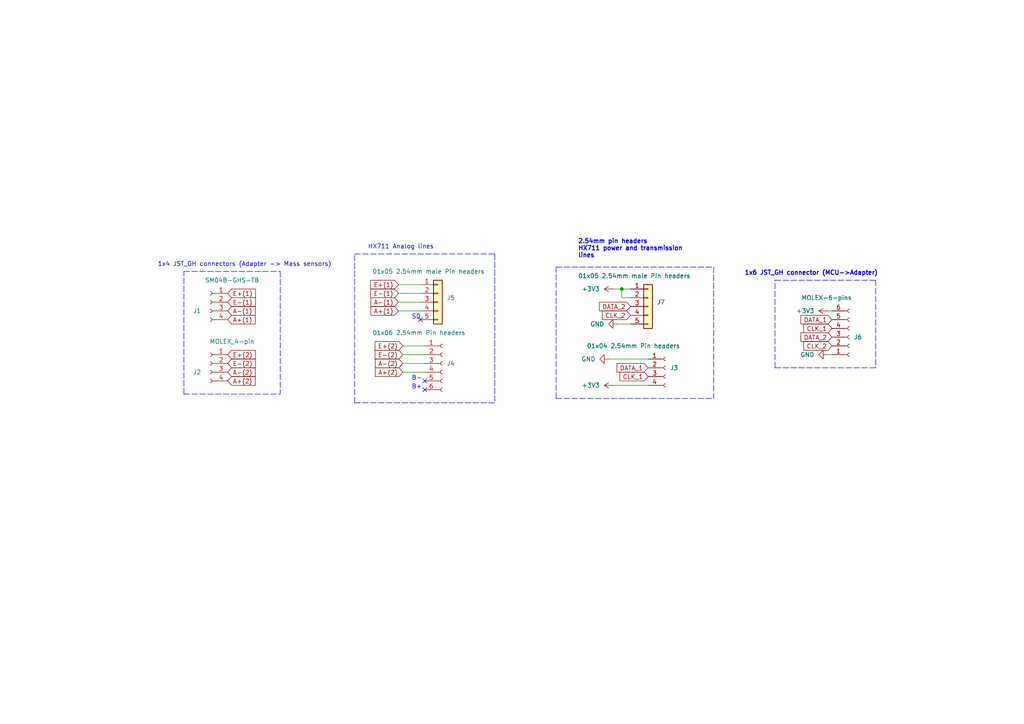
<source format=kicad_sch>
(kicad_sch (version 20211123) (generator eeschema)
  (paper "A4")
  (title_block (title "HX711 adapter board") (date "2022-05-01") (rev "1") (company "EPFL Xplore") (comment 1 "Designed for AISLER 2-Layer Service") (comment 3 "Yassine Bakkali"))
  (lib_symbols
    (symbol "Connector:Conn_01x04_Female" (pin_names (offset 1.016) hide)
      (property "Reference" "J" (at 0 5.08 0))
      (property "Value" "Conn_01x04_Female" (at 0 -7.62 0))
      (symbol "Conn_01x04_Female_1_1"
        (arc (start 0 -4.572) (mid -0.508 -5.08) (end 0 -5.588) (stroke (width 0.1524)))
        (arc (start 0 -2.032) (mid -0.508 -2.54) (end 0 -3.048) (stroke (width 0.1524)))
        (polyline (pts (xy -1.27 -5.08) (xy -0.508 -5.08)) (stroke (width 0.1524)))
        (polyline (pts (xy -1.27 -2.54) (xy -0.508 -2.54)) (stroke (width 0.1524)))
        (polyline (pts (xy -1.27 0) (xy -0.508 0)) (stroke (width 0.1524)))
        (polyline (pts (xy -1.27 2.54) (xy -0.508 2.54)) (stroke (width 0.1524)))
        (arc (start 0 0.508) (mid -0.508 0) (end 0 -0.508) (stroke (width 0.1524)))
        (arc (start 0 3.048) (mid -0.508 2.54) (end 0 2.032) (stroke (width 0.1524)))
        (pin passive line (at -5.08 2.54 0) (length 3.81) (name "Pin_1") (number "1"))
        (pin passive line (at -5.08 0 0) (length 3.81) (name "Pin_2") (number "2"))
        (pin passive line (at -5.08 -2.54 0) (length 3.81) (name "Pin_3") (number "3"))
        (pin passive line (at -5.08 -5.08 0) (length 3.81) (name "Pin_4") (number "4"))
      )
    )
    (symbol "Connector:Conn_01x06_Female" (pin_names (offset 1.016) hide)
      (property "Reference" "J" (at 0 7.62 0))
      (property "Value" "Conn_01x06_Female" (at 0 -10.16 0))
      (symbol "Conn_01x06_Female_1_1"
        (arc (start 0 -7.112) (mid -0.508 -7.62) (end 0 -8.128) (stroke (width 0.1524)))
        (arc (start 0 -4.572) (mid -0.508 -5.08) (end 0 -5.588) (stroke (width 0.1524)))
        (arc (start 0 -2.032) (mid -0.508 -2.54) (end 0 -3.048) (stroke (width 0.1524)))
        (polyline (pts (xy -1.27 -7.62) (xy -0.508 -7.62)) (stroke (width 0.1524)))
        (polyline (pts (xy -1.27 -5.08) (xy -0.508 -5.08)) (stroke (width 0.1524)))
        (polyline (pts (xy -1.27 -2.54) (xy -0.508 -2.54)) (stroke (width 0.1524)))
        (polyline (pts (xy -1.27 0) (xy -0.508 0)) (stroke (width 0.1524)))
        (polyline (pts (xy -1.27 2.54) (xy -0.508 2.54)) (stroke (width 0.1524)))
        (polyline (pts (xy -1.27 5.08) (xy -0.508 5.08)) (stroke (width 0.1524)))
        (arc (start 0 0.508) (mid -0.508 0) (end 0 -0.508) (stroke (width 0.1524)))
        (arc (start 0 3.048) (mid -0.508 2.54) (end 0 2.032) (stroke (width 0.1524)))
        (arc (start 0 5.588) (mid -0.508 5.08) (end 0 4.572) (stroke (width 0.1524)))
        (pin passive line (at -5.08 5.08 0) (length 3.81) (name "Pin_1") (number "1"))
        (pin passive line (at -5.08 2.54 0) (length 3.81) (name "Pin_2") (number "2"))
        (pin passive line (at -5.08 0 0) (length 3.81) (name "Pin_3") (number "3"))
        (pin passive line (at -5.08 -2.54 0) (length 3.81) (name "Pin_4") (number "4"))
        (pin passive line (at -5.08 -5.08 0) (length 3.81) (name "Pin_5") (number "5"))
        (pin passive line (at -5.08 -7.62 0) (length 3.81) (name "Pin_6") (number "6"))
      )
    )
    (symbol "Connector_Generic:Conn_01x05" (pin_names (offset 1.016) hide)
      (property "Reference" "J" (at 0 7.62 0))
      (property "Value" "Conn_01x05" (at 0 -7.62 0))
      (symbol "Conn_01x05_1_1"
        (rectangle (start -1.27 -4.953) (end 0 -5.207) (stroke (width 0.1524)))
        (rectangle (start -1.27 -2.413) (end 0 -2.667) (stroke (width 0.1524)))
        (rectangle (start -1.27 0.127) (end 0 -0.127) (stroke (width 0.1524)))
        (rectangle (start -1.27 2.667) (end 0 2.413) (stroke (width 0.1524)))
        (rectangle (start -1.27 5.207) (end 0 4.953) (stroke (width 0.1524)))
        (rectangle (start -1.27 6.35) (end 1.27 -6.35) (stroke (width 0.254)) (fill (type background)))
        (pin passive line (at -5.08 5.08 0) (length 3.81) (name "Pin_1") (number "1"))
        (pin passive line (at -5.08 2.54 0) (length 3.81) (name "Pin_2") (number "2"))
        (pin passive line (at -5.08 0 0) (length 3.81) (name "Pin_3") (number "3"))
        (pin passive line (at -5.08 -2.54 0) (length 3.81) (name "Pin_4") (number "4"))
        (pin passive line (at -5.08 -5.08 0) (length 3.81) (name "Pin_5") (number "5"))
      )
    )
    (symbol "power:+3.3V" (power) (pin_names (offset 0))
      (property "Value" "+3.3V" (at 0 3.556 0))
      (symbol "+3.3V_0_1"
        (polyline (pts (xy -0.762 1.27) (xy 0 2.54)))
        (polyline (pts (xy 0 0) (xy 0 2.54)))
        (polyline (pts (xy 0 2.54) (xy 0.762 1.27)))
      )
      (symbol "+3.3V_1_1"
        (pin power_in line (at 0 0 90) (length 0) hide (name "+3V3") (number "1"))
      )
    )
    (symbol "power:GND" (power) (pin_names (offset 0))
      (property "Value" "GND" (at 0 -3.81 0))
      (symbol "GND_0_1"
        (polyline (pts (xy 0 0) (xy 0 -1.27) (xy 1.27 -1.27) (xy 0 -2.54) (xy -1.27 -1.27) (xy 0 -1.27)))
      )
      (symbol "GND_1_1"
        (pin power_in line (at 0 0 270) (length 0) hide (name "GND") (number "1"))
      )
    )
  )
  (junction (at 180.34 83.82))
  (no_connect (at 121.92 92.71))
  (no_connect (at 123.19 110.49))
  (no_connect (at 123.19 113.03))
  (polyline (pts (xy 81.28 78.74) (xy 81.28 114.3)))
  (wire (pts (xy 240.03 90.17) (xy 241.3 90.17)))
  (polyline (pts (xy 254 81.28) (xy 254 106.68)))
  (wire (pts (xy 180.34 86.36) (xy 182.88 86.36)))
  (wire (pts (xy 177.8 111.76) (xy 187.96 111.76)))
  (polyline (pts (xy 53.34 114.3) (xy 81.28 114.3)))
  (polyline (pts (xy 102.87 116.84) (xy 102.87 73.66)))
  (polyline (pts (xy 53.34 78.74) (xy 81.28 78.74)))
  (wire (pts (xy 116.84 107.95) (xy 123.19 107.95)))
  (wire (pts (xy 115.57 87.63) (xy 121.92 87.63)))
  (polyline (pts (xy 207.01 77.47) (xy 207.01 115.57)))
  (wire (pts (xy 116.84 105.41) (xy 123.19 105.41)))
  (polyline (pts (xy 102.87 73.66) (xy 143.51 73.66)))
  (polyline (pts (xy 161.29 77.47) (xy 207.01 77.47)))
  (polyline (pts (xy 224.79 106.68) (xy 254 106.68)))
  (wire (pts (xy 180.34 83.82) (xy 182.88 83.82)))
  (polyline (pts (xy 53.34 114.3) (xy 53.34 78.74)))
  (wire (pts (xy 177.8 83.82) (xy 180.34 83.82)))
  (wire (pts (xy 240.03 102.87) (xy 241.3 102.87)))
  (wire (pts (xy 179.07 93.98) (xy 182.88 93.98)))
  (polyline (pts (xy 102.87 116.84) (xy 143.51 116.84)))
  (polyline (pts (xy 161.29 115.57) (xy 161.29 77.47)))
  (wire (pts (xy 115.57 90.17) (xy 121.92 90.17)))
  (wire (pts (xy 115.57 85.09) (xy 121.92 85.09)))
  (polyline (pts (xy 143.51 73.66) (xy 143.51 116.84)))
  (polyline (pts (xy 224.79 81.28) (xy 254 81.28)))
  (wire (pts (xy 115.57 82.55) (xy 121.92 82.55)))
  (polyline (pts (xy 224.79 106.68) (xy 224.79 81.28)))
  (wire (pts (xy 180.34 83.82) (xy 180.34 86.36)))
  (wire (pts (xy 116.84 100.33) (xy 123.19 100.33)))
  (wire (pts (xy 116.84 102.87) (xy 123.19 102.87)))
  (wire (pts (xy 176.53 104.14) (xy 187.96 104.14)))
  (polyline (pts (xy 161.29 115.57) (xy 207.01 115.57)))
  (text "HX711 Analog lines" (at 106.68 72.39 0) (effects (font (size 1.27 1.27)) (justify left bottom)))
  (text "B+" (at 119.38 113.03 0) (effects (font (size 1.27 1.27)) (justify left bottom)))
  (text "1x4 JST_GH connectors (Adapter -> Mass sensors)" (at 45.72 77.47 0) (effects (font (size 1.27 1.27)) (justify left bottom)))
  (text "B-\n" (at 119.38 110.49 0) (effects (font (size 1.27 1.27)) (justify left bottom)))
  (text "1x6 JST_GH connector (MCU->Adapter)\n" (at 215.9 80.01 0) (effects (font (size 1.27 1.27) (thickness 0.254) bold) (justify left bottom)))
  (text "SD\n" (at 119.38 92.71 0) (effects (font (size 1.27 1.27)) (justify left bottom)))
  (text "2.54mm pin headers\nHX711 power and transmission \nlines" (at 167.64 74.93 0) (effects (font (size 1.27 1.27) (thickness 0.254) bold) (justify left bottom)))
  (global_label "A+(1)" (shape input) (at 66.04 92.71 0) (property "Intersheet References" "${INTERSHEET_REFS}" (effects hide)))
  (global_label "CLK_1" (shape input) (at 241.3 95.25 180) (property "Intersheet References" "${INTERSHEET_REFS}" (effects hide)))
  (global_label "A-(2)" (shape input) (at 66.04 107.95 0) (property "Intersheet References" "${INTERSHEET_REFS}" (effects hide)))
  (global_label "A+(2)" (shape input) (at 66.04 110.49 0) (property "Intersheet References" "${INTERSHEET_REFS}" (effects hide)))
  (global_label "A+(1)" (shape input) (at 115.57 90.17 180) (property "Intersheet References" "${INTERSHEET_REFS}" (effects hide)))
  (global_label "E+(1)" (shape input) (at 66.04 85.09 0) (property "Intersheet References" "${INTERSHEET_REFS}" (effects hide)))
  (global_label "E+(1)" (shape input) (at 115.57 82.55 180) (property "Intersheet References" "${INTERSHEET_REFS}" (effects hide)))
  (global_label "E-(2)" (shape input) (at 66.04 105.41 0) (property "Intersheet References" "${INTERSHEET_REFS}" (effects hide)))
  (global_label "E-(1)" (shape input) (at 115.57 85.09 180) (property "Intersheet References" "${INTERSHEET_REFS}" (effects hide)))
  (global_label "A-(1)" (shape input) (at 115.57 87.63 180) (property "Intersheet References" "${INTERSHEET_REFS}" (effects hide)))
  (global_label "DATA_2" (shape input) (at 182.88 88.9 180) (property "Intersheet References" "${INTERSHEET_REFS}" (effects hide)))
  (global_label "A+(2)" (shape input) (at 116.84 107.95 180) (property "Intersheet References" "${INTERSHEET_REFS}" (effects hide)))
  (global_label "E+(2)" (shape input) (at 66.04 102.87 0) (property "Intersheet References" "${INTERSHEET_REFS}" (effects hide)))
  (global_label "A-(1)" (shape input) (at 66.04 90.17 0) (property "Intersheet References" "${INTERSHEET_REFS}" (effects hide)))
  (global_label "CLK_2" (shape input) (at 182.88 91.44 180) (property "Intersheet References" "${INTERSHEET_REFS}" (effects hide)))
  (global_label "E-(2)" (shape input) (at 116.84 102.87 180) (property "Intersheet References" "${INTERSHEET_REFS}" (effects hide)))
  (global_label "DATA_2" (shape input) (at 241.3 97.79 180) (property "Intersheet References" "${INTERSHEET_REFS}" (effects hide)))
  (global_label "E+(2)" (shape input) (at 116.84 100.33 180) (property "Intersheet References" "${INTERSHEET_REFS}" (effects hide)))
  (global_label "E-(1)" (shape input) (at 66.04 87.63 0) (property "Intersheet References" "${INTERSHEET_REFS}" (effects hide)))
  (global_label "CLK_1" (shape input) (at 187.96 109.22 180) (property "Intersheet References" "${INTERSHEET_REFS}" (effects hide)))
  (global_label "DATA_1" (shape input) (at 187.96 106.68 180) (property "Intersheet References" "${INTERSHEET_REFS}" (effects hide)))
  (global_label "DATA_1" (shape input) (at 241.3 92.71 180) (property "Intersheet References" "${INTERSHEET_REFS}" (effects hide)))
  (global_label "A-(2)" (shape input) (at 116.84 105.41 180) (property "Intersheet References" "${INTERSHEET_REFS}" (effects hide)))
  (global_label "CLK_2" (shape input) (at 241.3 100.33 180) (property "Intersheet References" "${INTERSHEET_REFS}" (effects hide)))
  (symbol (lib_id "power:+3.3V") (at 177.8 83.82 90) (unit 1)
    (property "Reference" "#PWR03" (effects hide))
    (property "Value" "+3.3V" (at 173.99 83.8199 90) (effects (justify left)))
  )
  (symbol (lib_id "power:GND") (at 240.03 102.87 270) (unit 1)
    (property "Reference" "#PWR06" (effects hide))
    (property "Value" "GND" (at 236.22 102.8699 90) (effects (justify right)))
  )
  (symbol (lib_id "Connector:Conn_01x04_Female") (at 60.96 105.41 0) (mirror y) (unit 1)
    (property "Reference" "J2" (at 57.15 107.95 0))
    (property "Value" "MOLEX_4-pin" (at 67.31 99.06 0))
    (property "Footprint" "lib:Molex_CLIK-Mate_502386-0470_1x04-1MP_P1.25mm_Horizontal" (effects hide))
    (property "Datasheet" "https://www.digikey.ch/de/products/detail/molex/5023860470/2700551" (effects hide))
  )
  (symbol (lib_id "Connector:Conn_01x04_Female") (at 193.04 106.68 0) (unit 1)
    (property "Reference" "J3" (at 194.31 106.6799 0) (effects (justify left)))
    (property "Value" "01x04 2.54mm Pin headers" (at 170.18 100.33 0) (effects (justify left)))
    (property "Footprint" "Connector_PinSocket_2.54mm:PinSocket_1x04_P2.54mm_Vertical" (effects hide))
  )
  (symbol (lib_id "Connector:Conn_01x06_Female") (at 128.27 105.41 0) (unit 1)
    (property "Reference" "J4" (at 129.54 105.4099 0) (effects (justify left)))
    (property "Value" "01x06 2.54mm Pin headers" (at 107.95 96.52 0) (effects (justify left)))
    (property "Footprint" "Connector_PinSocket_2.54mm:PinSocket_1x06_P2.54mm_Vertical" (effects hide))
  )
  (symbol (lib_id "Connector:Conn_01x06_Female") (at 246.38 97.79 0) (mirror x) (unit 1)
    (property "Reference" "J6" (at 247.65 97.7901 0) (effects (justify left)))
    (property "Value" "MOLEX-6-pins" (at 232.41 86.36 0) (effects (justify left)))
    (property "Footprint" "lib:Molex_CLIK-Mate_502386-0670_1x06-1MP_P1.25mm_Horizontal" (effects hide))
    (property "Datasheet" "https://www.digikey.ch/de/products/detail/molex/5023860670/2421477" (effects hide))
  )
  (symbol (lib_id "power:+3.3V") (at 177.8 111.76 90) (unit 1)
    (property "Reference" "#PWR02" (effects hide))
    (property "Value" "+3.3V" (at 173.99 111.7599 90) (effects (justify left)))
  )
  (symbol (lib_id "Connector_Generic:Conn_01x05") (at 187.96 88.9 0) (unit 1)
    (property "Reference" "J7" (at 190.5 87.6299 0) (effects (justify left)))
    (property "Value" "01x05 2.54mm male Pin headers" (at 167.64 80.01 0) (effects (justify left)))
    (property "Footprint" "Connector_PinHeader_2.54mm:PinHeader_1x05_P2.54mm_Vertical" (effects hide))
    (property "Datasheet" "https://www.mouser.ch/ProductDetail/Amphenol-FCI/68000-105HTLF?qs=w%2Fv1CP2dgqrYgNyQVoiqDw%3D%3D" (effects hide))
  )
  (symbol (lib_id "power:GND") (at 176.53 104.14 270) (unit 1)
    (property "Reference" "#PWR01" (effects hide))
    (property "Value" "GND" (at 172.72 104.1399 90) (effects (justify right)))
  )
  (symbol (lib_id "Connector:Conn_01x04_Female") (at 60.96 87.63 0) (mirror y) (unit 1)
    (property "Reference" "J1" (at 57.15 90.17 0))
    (property "Value" "SM04B-GHS-TB" (at 67.31 81.28 0))
    (property "Footprint" "lib:Molex_CLIK-Mate_502386-0470_1x04-1MP_P1.25mm_Horizontal" (effects hide))
    (property "Datasheet" "https://www.digikey.ch/de/products/detail/molex/5023860470/2700551" (effects hide))
  )
  (symbol (lib_id "power:+3.3V") (at 240.03 90.17 90) (unit 1)
    (property "Reference" "#PWR05" (effects hide))
    (property "Value" "+3.3V" (at 236.22 90.1699 90) (effects (justify left)))
  )
  (symbol (lib_id "power:GND") (at 179.07 93.98 270) (unit 1)
    (property "Reference" "#PWR04" (effects hide))
    (property "Value" "GND" (at 175.26 93.9799 90) (effects (justify right)))
  )
  (symbol (lib_id "Connector_Generic:Conn_01x05") (at 127 87.63 0) (unit 1)
    (property "Reference" "J5" (at 129.54 86.3599 0) (effects (justify left)))
    (property "Value" "01x05 2.54mm male Pin headers" (at 107.95 78.74 0) (effects (justify left)))
    (property "Footprint" "Connector_PinHeader_2.54mm:PinHeader_1x05_P2.54mm_Vertical" (effects hide))
    (property "Datasheet" "https://www.mouser.ch/ProductDetail/Amphenol-FCI/68000-105HTLF?qs=w%2Fv1CP2dgqrYgNyQVoiqDw%3D%3D" (effects hide))
  )
)
</source>
